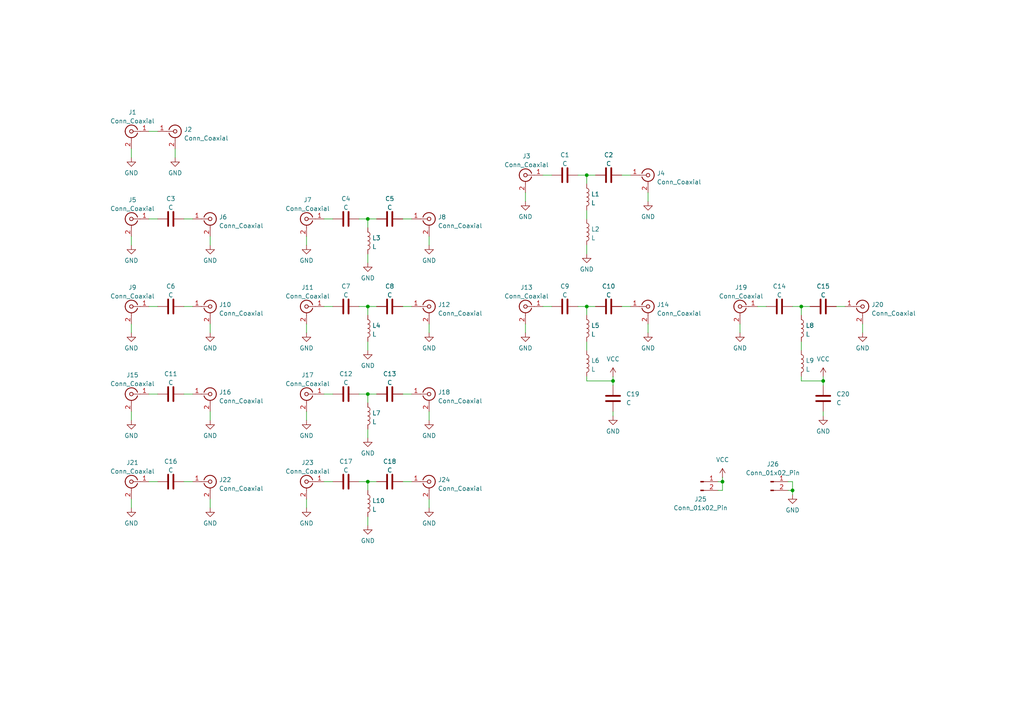
<source format=kicad_sch>
(kicad_sch (version 20231120) (generator "eeschema") (generator_version "8.0")
  (paper "A4")
  (lib_symbols
    (symbol "Connector:Conn_01x02_Pin" (pin_names (offset 1.016) hide)
      (property "Reference" "J" (at 0 2.54 0))
      (property "Value" "Conn_01x02_Pin" (at 0 -5.08 0))
      (symbol "Conn_01x02_Pin_1_1"
        (polyline (pts (xy 1.27 -2.54) (xy 0.8636 -2.54)) (stroke (width 0.1524)))
        (polyline (pts (xy 1.27 0) (xy 0.8636 0)) (stroke (width 0.1524)))
        (rectangle (start 0.8636 -2.413) (end 0 -2.667) (stroke (width 0.1524)) (fill (type outline)))
        (rectangle (start 0.8636 0.127) (end 0 -0.127) (stroke (width 0.1524)) (fill (type outline)))
        (pin passive line (at 5.08 0 180) (length 3.81) (name "Pin_1") (number "1"))
        (pin passive line (at 5.08 -2.54 180) (length 3.81) (name "Pin_2") (number "2"))
      )
    )
    (symbol "Connector:Conn_Coaxial" (pin_names (offset 1.016) hide)
      (property "Reference" "J" (at 0.254 3.048 0))
      (property "Value" "Conn_Coaxial" (at 2.921 0 90))
      (symbol "Conn_Coaxial_0_1"
        (arc (start -1.778 -0.508) (mid 0.2311 -1.8066) (end 1.778 0) (stroke (width 0.254)))
        (polyline (pts (xy -2.54 0) (xy -0.508 0)))
        (polyline (pts (xy 0 -2.54) (xy 0 -1.778)))
        (circle (center 0 0) (radius 0.508) (stroke (width 0.2032)))
        (arc (start 1.778 0) (mid 0.2099 1.8101) (end -1.778 0.508) (stroke (width 0.254)))
      )
      (symbol "Conn_Coaxial_1_1"
        (pin passive line (at -5.08 0 0) (length 2.54) (name "In") (number "1"))
        (pin passive line (at 0 -5.08 90) (length 2.54) (name "Ext") (number "2"))
      )
    )
    (symbol "Device:C" (pin_numbers hide) (pin_names (offset 0.254))
      (property "Reference" "C" (at 0.635 2.54 0))
      (property "Value" "C" (at 0.635 -2.54 0))
      (symbol "C_0_1"
        (polyline (pts (xy -2.032 -0.762) (xy 2.032 -0.762)) (stroke (width 0.508)))
        (polyline (pts (xy -2.032 0.762) (xy 2.032 0.762)) (stroke (width 0.508)))
      )
      (symbol "C_1_1"
        (pin passive line (at 0 3.81 270) (length 2.794) (name "~") (number "1"))
        (pin passive line (at 0 -3.81 90) (length 2.794) (name "~") (number "2"))
      )
    )
    (symbol "Device:L" (pin_numbers hide) (pin_names (offset 1.016) hide)
      (property "Reference" "L" (at -1.27 0 90))
      (property "Value" "L" (at 1.905 0 90))
      (symbol "L_0_1"
        (arc (start 0 -2.54) (mid 0.6323 -1.905) (end 0 -1.27))
        (arc (start 0 -1.27) (mid 0.6323 -0.635) (end 0 0))
        (arc (start 0 0) (mid 0.6323 0.635) (end 0 1.27))
        (arc (start 0 1.27) (mid 0.6323 1.905) (end 0 2.54))
      )
      (symbol "L_1_1"
        (pin passive line (at 0 3.81 270) (length 1.27) (name "1") (number "1"))
        (pin passive line (at 0 -3.81 90) (length 1.27) (name "2") (number "2"))
      )
    )
    (symbol "power:GND" (power) (pin_names (offset 0))
      (property "Value" "GND" (at 0 -3.81 0))
      (symbol "GND_0_1"
        (polyline (pts (xy 0 0) (xy 0 -1.27) (xy 1.27 -1.27) (xy 0 -2.54) (xy -1.27 -1.27) (xy 0 -1.27)))
      )
      (symbol "GND_1_1"
        (pin power_in line (at 0 0 270) (length 0) hide (name "GND") (number "1"))
      )
    )
    (symbol "power:VCC" (power) (pin_numbers hide) (pin_names (offset 0) hide)
      (property "Value" "VCC" (at 0 3.556 0))
      (symbol "VCC_0_1"
        (polyline (pts (xy -0.762 1.27) (xy 0 2.54)))
        (polyline (pts (xy 0 0) (xy 0 2.54)))
        (polyline (pts (xy 0 2.54) (xy 0.762 1.27)))
      )
      (symbol "VCC_1_1"
        (pin power_in line (at 0 0 90) (length 0) (name "~") (number "1"))
      )
    )
  )
  (junction (at 238.76 110.49))
  (junction (at 209.55 139.7))
  (junction (at 106.68 63.5))
  (junction (at 106.68 114.3))
  (junction (at 170.18 88.9))
  (junction (at 232.41 88.9))
  (junction (at 106.68 139.7))
  (junction (at 106.68 88.9))
  (junction (at 229.87 142.24))
  (junction (at 177.8 110.49))
  (junction (at 170.18 50.8))
  (wire (pts (xy 167.64 88.9) (xy 170.18 88.9)))
  (wire (pts (xy 242.57 88.9) (xy 245.11 88.9)))
  (wire (pts (xy 232.41 110.49) (xy 232.41 109.22)))
  (wire (pts (xy 53.34 139.7) (xy 55.88 139.7)))
  (wire (pts (xy 124.46 93.98) (xy 124.46 96.52)))
  (wire (pts (xy 60.96 68.58) (xy 60.96 71.12)))
  (wire (pts (xy 60.96 119.38) (xy 60.96 121.92)))
  (wire (pts (xy 88.9 93.98) (xy 88.9 96.52)))
  (wire (pts (xy 106.68 99.06) (xy 106.68 101.6)))
  (wire (pts (xy 232.41 88.9) (xy 232.41 91.44)))
  (wire (pts (xy 43.18 114.3) (xy 45.72 114.3)))
  (wire (pts (xy 38.1 68.58) (xy 38.1 71.12)))
  (wire (pts (xy 124.46 119.38) (xy 124.46 121.92)))
  (wire (pts (xy 209.55 139.7) (xy 209.55 138.43)))
  (wire (pts (xy 38.1 144.78) (xy 38.1 147.32)))
  (wire (pts (xy 157.48 50.8) (xy 160.02 50.8)))
  (wire (pts (xy 180.34 88.9) (xy 182.88 88.9)))
  (wire (pts (xy 43.18 38.1) (xy 45.72 38.1)))
  (wire (pts (xy 170.18 110.49) (xy 177.8 110.49)))
  (wire (pts (xy 187.96 93.98) (xy 187.96 96.52)))
  (wire (pts (xy 106.68 114.3) (xy 106.68 116.84)))
  (wire (pts (xy 106.68 88.9) (xy 106.68 91.44)))
  (wire (pts (xy 93.98 63.5) (xy 96.52 63.5)))
  (wire (pts (xy 106.68 114.3) (xy 109.22 114.3)))
  (wire (pts (xy 124.46 144.78) (xy 124.46 147.32)))
  (wire (pts (xy 229.87 142.24) (xy 229.87 143.51)))
  (wire (pts (xy 170.18 99.06) (xy 170.18 101.6)))
  (wire (pts (xy 152.4 55.88) (xy 152.4 58.42)))
  (wire (pts (xy 93.98 114.3) (xy 96.52 114.3)))
  (wire (pts (xy 157.48 88.9) (xy 160.02 88.9)))
  (wire (pts (xy 187.96 55.88) (xy 187.96 58.42)))
  (wire (pts (xy 250.19 93.98) (xy 250.19 96.52)))
  (wire (pts (xy 106.68 139.7) (xy 106.68 142.24)))
  (wire (pts (xy 106.68 139.7) (xy 109.22 139.7)))
  (wire (pts (xy 53.34 88.9) (xy 55.88 88.9)))
  (wire (pts (xy 104.14 114.3) (xy 106.68 114.3)))
  (wire (pts (xy 232.41 110.49) (xy 238.76 110.49)))
  (wire (pts (xy 43.18 63.5) (xy 45.72 63.5)))
  (wire (pts (xy 229.87 139.7) (xy 229.87 142.24)))
  (wire (pts (xy 106.68 73.66) (xy 106.68 76.2)))
  (wire (pts (xy 208.28 142.24) (xy 209.55 142.24)))
  (wire (pts (xy 209.55 142.24) (xy 209.55 139.7)))
  (wire (pts (xy 124.46 68.58) (xy 124.46 71.12)))
  (wire (pts (xy 170.18 50.8) (xy 172.72 50.8)))
  (wire (pts (xy 60.96 144.78) (xy 60.96 147.32)))
  (wire (pts (xy 38.1 119.38) (xy 38.1 121.92)))
  (wire (pts (xy 116.84 63.5) (xy 119.38 63.5)))
  (wire (pts (xy 43.18 139.7) (xy 45.72 139.7)))
  (wire (pts (xy 43.18 88.9) (xy 45.72 88.9)))
  (wire (pts (xy 60.96 93.98) (xy 60.96 96.52)))
  (wire (pts (xy 232.41 99.06) (xy 232.41 101.6)))
  (wire (pts (xy 93.98 88.9) (xy 96.52 88.9)))
  (wire (pts (xy 88.9 144.78) (xy 88.9 147.32)))
  (wire (pts (xy 177.8 110.49) (xy 177.8 109.22)))
  (wire (pts (xy 170.18 71.12) (xy 170.18 73.66)))
  (wire (pts (xy 238.76 109.22) (xy 238.76 110.49)))
  (wire (pts (xy 177.8 119.38) (xy 177.8 120.65)))
  (wire (pts (xy 177.8 110.49) (xy 177.8 111.76)))
  (wire (pts (xy 88.9 68.58) (xy 88.9 71.12)))
  (wire (pts (xy 170.18 88.9) (xy 172.72 88.9)))
  (wire (pts (xy 228.6 139.7) (xy 229.87 139.7)))
  (wire (pts (xy 219.71 88.9) (xy 222.25 88.9)))
  (wire (pts (xy 152.4 93.98) (xy 152.4 96.52)))
  (wire (pts (xy 53.34 114.3) (xy 55.88 114.3)))
  (wire (pts (xy 170.18 60.96) (xy 170.18 63.5)))
  (wire (pts (xy 170.18 50.8) (xy 170.18 53.34)))
  (wire (pts (xy 170.18 110.49) (xy 170.18 109.22)))
  (wire (pts (xy 93.98 139.7) (xy 96.52 139.7)))
  (wire (pts (xy 238.76 119.38) (xy 238.76 120.65)))
  (wire (pts (xy 214.63 93.98) (xy 214.63 96.52)))
  (wire (pts (xy 38.1 43.18) (xy 38.1 45.72)))
  (wire (pts (xy 104.14 139.7) (xy 106.68 139.7)))
  (wire (pts (xy 116.84 88.9) (xy 119.38 88.9)))
  (wire (pts (xy 106.68 149.86) (xy 106.68 152.4)))
  (wire (pts (xy 106.68 88.9) (xy 109.22 88.9)))
  (wire (pts (xy 106.68 63.5) (xy 109.22 63.5)))
  (wire (pts (xy 50.8 43.18) (xy 50.8 45.72)))
  (wire (pts (xy 88.9 119.38) (xy 88.9 121.92)))
  (wire (pts (xy 53.34 63.5) (xy 55.88 63.5)))
  (wire (pts (xy 232.41 88.9) (xy 234.95 88.9)))
  (wire (pts (xy 229.87 88.9) (xy 232.41 88.9)))
  (wire (pts (xy 228.6 142.24) (xy 229.87 142.24)))
  (wire (pts (xy 38.1 93.98) (xy 38.1 96.52)))
  (wire (pts (xy 180.34 50.8) (xy 182.88 50.8)))
  (wire (pts (xy 167.64 50.8) (xy 170.18 50.8)))
  (wire (pts (xy 116.84 139.7) (xy 119.38 139.7)))
  (wire (pts (xy 116.84 114.3) (xy 119.38 114.3)))
  (wire (pts (xy 238.76 110.49) (xy 238.76 111.76)))
  (wire (pts (xy 106.68 124.46) (xy 106.68 127)))
  (wire (pts (xy 208.28 139.7) (xy 209.55 139.7)))
  (wire (pts (xy 104.14 63.5) (xy 106.68 63.5)))
  (wire (pts (xy 104.14 88.9) (xy 106.68 88.9)))
  (wire (pts (xy 170.18 88.9) (xy 170.18 91.44)))
  (wire (pts (xy 106.68 63.5) (xy 106.68 66.04)))
  (symbol (lib_id "power:GND") (at 60.96 121.92 0) (unit 1)
    (property "Reference" "#PWR0102" (effects (hide yes)))
    (property "Value" "GND" (at 60.96 126.3634 0))
  )
  (symbol (lib_id "Connector:Conn_Coaxial") (at 214.63 88.9 0) (mirror y) (unit 1)
    (property "Reference" "J19" (at 214.9474 83.3736 0))
    (property "Value" "Conn_Coaxial" (at 214.9474 85.9105 0))
    (property "Footprint" "sma-variants:Linx_SMA_CONSMA003.062" (effects (hide yes)))
  )
  (symbol (lib_id "Device:C") (at 226.06 88.9 90) (unit 1)
    (property "Reference" "C14" (at 226.06 83.0412 90))
    (property "Value" "C" (at 226.06 85.5781 90))
    (property "Footprint" "Capacitor_SMD:C_0201_0603Metric" (effects (hide yes)))
  )
  (symbol (lib_id "power:GND") (at 250.19 96.52 0) (unit 1)
    (property "Reference" "#PWR0131" (effects (hide yes)))
    (property "Value" "GND" (at 250.19 100.9634 0))
  )
  (symbol (lib_id "Connector:Conn_Coaxial") (at 38.1 88.9 0) (mirror y) (unit 1)
    (property "Reference" "J9" (at 38.4174 83.3736 0))
    (property "Value" "Conn_Coaxial" (at 38.4174 85.9105 0))
    (property "Footprint" "sma-variants:Linx_SMA_CONSMA003.062" (effects (hide yes)))
  )
  (symbol (lib_id "Connector:Conn_Coaxial") (at 60.96 88.9 0) (unit 1)
    (property "Reference" "J10" (at 63.5 88.3585 0) (effects (justify left)))
    (property "Value" "Conn_Coaxial" (at 63.5 90.8954 0) (effects (justify left)))
    (property "Footprint" "sma-variants:Linx_SMA_CONSMA003.062" (effects (hide yes)))
  )
  (symbol (lib_id "power:GND") (at 60.96 147.32 0) (unit 1)
    (property "Reference" "#PWR0105" (effects (hide yes)))
    (property "Value" "GND" (at 60.96 151.7634 0))
  )
  (symbol (lib_id "Connector:Conn_Coaxial") (at 88.9 139.7 0) (mirror y) (unit 1)
    (property "Reference" "J23" (at 89.2174 134.1736 0))
    (property "Value" "Conn_Coaxial" (at 89.2174 136.7105 0))
    (property "Footprint" "sma-variants:Linx_SMA_CONSMA003.062" (effects (hide yes)))
  )
  (symbol (lib_id "Device:C") (at 49.53 63.5 90) (unit 1)
    (property "Reference" "C3" (at 49.53 57.6412 90))
    (property "Value" "C" (at 49.53 60.1781 90))
    (property "Footprint" "Capacitor_SMD:C_0201_0603Metric" (effects (hide yes)))
  )
  (symbol (lib_id "Device:L") (at 106.68 69.85 0) (unit 1)
    (property "Reference" "L3" (at 107.95 69.0153 0) (effects (justify left)))
    (property "Value" "L" (at 107.95 71.5522 0) (effects (justify left)))
    (property "Footprint" "Inductor_SMD:L_0201_0603Metric" (effects (hide yes)))
  )
  (symbol (lib_id "power:GND") (at 50.8 45.72 0) (unit 1)
    (property "Reference" "#PWR0109" (effects (hide yes)))
    (property "Value" "GND" (at 50.8 50.1634 0))
  )
  (symbol (lib_id "Connector:Conn_Coaxial") (at 88.9 63.5 0) (mirror y) (unit 1)
    (property "Reference" "J7" (at 89.2174 57.9736 0))
    (property "Value" "Conn_Coaxial" (at 89.2174 60.5105 0))
    (property "Footprint" "sma-variants:Linx_SMA_CONSMA003.062" (effects (hide yes)))
  )
  (symbol (lib_id "Device:C") (at 113.03 63.5 90) (unit 1)
    (property "Reference" "C5" (at 113.03 57.6412 90))
    (property "Value" "C" (at 113.03 60.1781 90))
    (property "Footprint" "Capacitor_SMD:C_0201_0603Metric" (effects (hide yes)))
  )
  (symbol (lib_id "power:GND") (at 152.4 58.42 0) (unit 1)
    (property "Reference" "#PWR0118" (effects (hide yes)))
    (property "Value" "GND" (at 152.4 62.8634 0))
  )
  (symbol (lib_id "Connector:Conn_Coaxial") (at 124.46 139.7 0) (unit 1)
    (property "Reference" "J24" (at 127 139.1585 0) (effects (justify left)))
    (property "Value" "Conn_Coaxial" (at 127 141.6954 0) (effects (justify left)))
    (property "Footprint" "sma-variants:Linx_SMA_CONSMA003.062" (effects (hide yes)))
  )
  (symbol (lib_id "Device:C") (at 49.53 139.7 90) (unit 1)
    (property "Reference" "C16" (at 49.53 133.8412 90))
    (property "Value" "C" (at 49.53 136.3781 90))
    (property "Footprint" "Capacitor_SMD:C_0402_1005Metric" (effects (hide yes)))
  )
  (symbol (lib_id "Connector:Conn_Coaxial") (at 38.1 139.7 0) (mirror y) (unit 1)
    (property "Reference" "J21" (at 38.4174 134.1736 0))
    (property "Value" "Conn_Coaxial" (at 38.4174 136.7105 0))
    (property "Footprint" "sma-variants:Linx_SMA_CONSMA003.062" (effects (hide yes)))
  )
  (symbol (lib_id "Connector:Conn_Coaxial") (at 38.1 114.3 0) (mirror y) (unit 1)
    (property "Reference" "J15" (at 38.4174 108.7736 0))
    (property "Value" "Conn_Coaxial" (at 38.4174 111.3105 0))
    (property "Footprint" "sma-variants:Linx_SMA_CONSMA003.062" (effects (hide yes)))
  )
  (symbol (lib_id "power:GND") (at 124.46 96.52 0) (unit 1)
    (property "Reference" "#PWR0115" (effects (hide yes)))
    (property "Value" "GND" (at 124.46 100.9634 0))
  )
  (symbol (lib_id "power:VCC") (at 209.55 138.43 0) (unit 1)
    (property "Reference" "#PWR04" (effects (hide yes)))
    (property "Value" "VCC" (at 209.55 133.35 0))
    (property "Description" "Power symbol creates a global label with name \"VCC\"" (effects (hide yes)))
  )
  (symbol (lib_id "Device:L") (at 106.68 95.25 0) (unit 1)
    (property "Reference" "L4" (at 107.95 94.4153 0) (effects (justify left)))
    (property "Value" "L" (at 107.95 96.9522 0) (effects (justify left)))
    (property "Footprint" "Inductor_SMD:L_0402_1005Metric" (effects (hide yes)))
  )
  (symbol (lib_id "Device:L") (at 170.18 57.15 0) (unit 1)
    (property "Reference" "L1" (at 171.45 56.3153 0) (effects (justify left)))
    (property "Value" "L" (at 171.45 58.8522 0) (effects (justify left)))
    (property "Footprint" "Inductor_SMD:L_0201_0603Metric" (effects (hide yes)))
  )
  (symbol (lib_id "Device:L") (at 232.41 105.41 0) (unit 1)
    (property "Reference" "L9" (at 233.68 104.5753 0) (effects (justify left)))
    (property "Value" "L" (at 233.68 107.1122 0) (effects (justify left)))
    (property "Footprint" "Inductor_SMD:L_0603_1608Metric" (effects (hide yes)))
  )
  (symbol (lib_id "Connector:Conn_Coaxial") (at 250.19 88.9 0) (unit 1)
    (property "Reference" "J20" (at 252.73 88.3585 0) (effects (justify left)))
    (property "Value" "Conn_Coaxial" (at 252.73 90.8954 0) (effects (justify left)))
    (property "Footprint" "sma-variants:Linx_SMA_CONSMA003.062" (effects (hide yes)))
  )
  (symbol (lib_id "Device:C") (at 100.33 88.9 90) (unit 1)
    (property "Reference" "C7" (at 100.33 83.0412 90))
    (property "Value" "C" (at 100.33 85.5781 90))
    (property "Footprint" "Capacitor_SMD:C_0402_1005Metric" (effects (hide yes)))
  )
  (symbol (lib_id "power:GND") (at 38.1 147.32 0) (unit 1)
    (property "Reference" "#PWR0106" (effects (hide yes)))
    (property "Value" "GND" (at 38.1 151.7634 0))
  )
  (symbol (lib_id "Connector:Conn_Coaxial") (at 124.46 63.5 0) (unit 1)
    (property "Reference" "J8" (at 127 62.9585 0) (effects (justify left)))
    (property "Value" "Conn_Coaxial" (at 127 65.4954 0) (effects (justify left)))
    (property "Footprint" "sma-variants:Linx_SMA_CONSMA003.062" (effects (hide yes)))
  )
  (symbol (lib_id "Device:L") (at 106.68 146.05 0) (unit 1)
    (property "Reference" "L10" (at 107.95 145.2153 0) (effects (justify left)))
    (property "Value" "L" (at 107.95 147.7522 0) (effects (justify left)))
    (property "Footprint" "Inductor_SMD:L_0402_1005Metric" (effects (hide yes)))
  )
  (symbol (lib_id "power:GND") (at 124.46 121.92 0) (unit 1)
    (property "Reference" "#PWR0124" (effects (hide yes)))
    (property "Value" "GND" (at 124.46 126.3634 0))
  )
  (symbol (lib_id "Device:C") (at 177.8 115.57 180) (unit 1)
    (property "Reference" "C19" (at 181.61 114.2999 0) (effects (justify right)))
    (property "Value" "C" (at 181.61 116.8399 0) (effects (justify right)))
    (property "Footprint" "Capacitor_SMD:C_0201_0603Metric" (effects (hide yes)))
  )
  (symbol (lib_id "Connector:Conn_Coaxial") (at 60.96 63.5 0) (unit 1)
    (property "Reference" "J6" (at 63.5 62.9585 0) (effects (justify left)))
    (property "Value" "Conn_Coaxial" (at 63.5 65.4954 0) (effects (justify left)))
    (property "Footprint" "sma-variants:Linx_SMA_CONSMA003.062" (effects (hide yes)))
  )
  (symbol (lib_id "power:GND") (at 88.9 96.52 0) (unit 1)
    (property "Reference" "#PWR0111" (effects (hide yes)))
    (property "Value" "GND" (at 88.9 100.9634 0))
  )
  (symbol (lib_id "power:GND") (at 170.18 73.66 0) (unit 1)
    (property "Reference" "#PWR0117" (effects (hide yes)))
    (property "Value" "GND" (at 170.18 78.1034 0))
  )
  (symbol (lib_id "Connector:Conn_Coaxial") (at 187.96 88.9 0) (unit 1)
    (property "Reference" "J14" (at 190.5 88.3585 0) (effects (justify left)))
    (property "Value" "Conn_Coaxial" (at 190.5 90.8954 0) (effects (justify left)))
    (property "Footprint" "sma-variants:Linx_SMA_CONSMA003.062" (effects (hide yes)))
  )
  (symbol (lib_id "Device:C") (at 113.03 139.7 90) (unit 1)
    (property "Reference" "C18" (at 113.03 133.8412 90))
    (property "Value" "C" (at 113.03 136.3781 90))
    (property "Footprint" "Capacitor_SMD:C_0402_1005Metric" (effects (hide yes)))
  )
  (symbol (lib_id "power:GND") (at 106.68 101.6 0) (unit 1)
    (property "Reference" "#PWR0113" (effects (hide yes)))
    (property "Value" "GND" (at 106.68 106.0434 0))
  )
  (symbol (lib_id "power:GND") (at 38.1 121.92 0) (unit 1)
    (property "Reference" "#PWR0104" (effects (hide yes)))
    (property "Value" "GND" (at 38.1 126.3634 0))
  )
  (symbol (lib_id "Device:C") (at 113.03 114.3 90) (unit 1)
    (property "Reference" "C13" (at 113.03 108.4412 90))
    (property "Value" "C" (at 113.03 110.9781 90))
    (property "Footprint" "Capacitor_SMD:C_0201_0603Metric" (effects (hide yes)))
  )
  (symbol (lib_id "power:GND") (at 152.4 96.52 0) (unit 1)
    (property "Reference" "#PWR0119" (effects (hide yes)))
    (property "Value" "GND" (at 152.4 100.9634 0))
  )
  (symbol (lib_id "Connector:Conn_Coaxial") (at 152.4 50.8 0) (mirror y) (unit 1)
    (property "Reference" "J3" (at 152.7174 45.2736 0))
    (property "Value" "Conn_Coaxial" (at 152.7174 47.8105 0))
    (property "Footprint" "sma-variants:Linx_SMA_CONSMA003.062" (effects (hide yes)))
  )
  (symbol (lib_id "power:GND") (at 60.96 71.12 0) (unit 1)
    (property "Reference" "#PWR0101" (effects (hide yes)))
    (property "Value" "GND" (at 60.96 75.5634 0))
  )
  (symbol (lib_id "Connector:Conn_Coaxial") (at 38.1 38.1 0) (mirror y) (unit 1)
    (property "Reference" "J1" (at 38.4174 32.5736 0))
    (property "Value" "Conn_Coaxial" (at 38.4174 35.1105 0))
    (property "Footprint" "sma-variants:Linx_SMA_CONSMA003.062" (effects (hide yes)))
  )
  (symbol (lib_id "power:GND") (at 106.68 152.4 0) (unit 1)
    (property "Reference" "#PWR0122" (effects (hide yes)))
    (property "Value" "GND" (at 106.68 156.8434 0))
  )
  (symbol (lib_id "Device:C") (at 238.76 88.9 90) (unit 1)
    (property "Reference" "C15" (at 238.76 83.0412 90))
    (property "Value" "C" (at 238.76 85.5781 90))
    (property "Footprint" "Capacitor_SMD:C_0201_0603Metric" (effects (hide yes)))
  )
  (symbol (lib_id "power:GND") (at 38.1 96.52 0) (unit 1)
    (property "Reference" "#PWR0107" (effects (hide yes)))
    (property "Value" "GND" (at 38.1 100.9634 0))
  )
  (symbol (lib_id "power:VCC") (at 177.8 109.22 0) (unit 1)
    (property "Reference" "#PWR01" (effects (hide yes)))
    (property "Value" "VCC" (at 177.8 104.14 0))
    (property "Description" "Power symbol creates a global label with name \"VCC\"" (effects (hide yes)))
  )
  (symbol (lib_id "power:GND") (at 124.46 147.32 0) (unit 1)
    (property "Reference" "#PWR0121" (effects (hide yes)))
    (property "Value" "GND" (at 124.46 151.7634 0))
  )
  (symbol (lib_id "Connector:Conn_Coaxial") (at 38.1 63.5 0) (mirror y) (unit 1)
    (property "Reference" "J5" (at 38.4174 57.9736 0))
    (property "Value" "Conn_Coaxial" (at 38.4174 60.5105 0))
    (property "Footprint" "sma-variants:Linx_SMA_CONSMA003.062" (effects (hide yes)))
  )
  (symbol (lib_id "power:GND") (at 88.9 147.32 0) (unit 1)
    (property "Reference" "#PWR0126" (effects (hide yes)))
    (property "Value" "GND" (at 88.9 151.7634 0))
  )
  (symbol (lib_id "Device:C") (at 163.83 50.8 90) (unit 1)
    (property "Reference" "C1" (at 163.83 44.9412 90))
    (property "Value" "C" (at 163.83 47.4781 90))
    (property "Footprint" "Capacitor_SMD:C_0201_0603Metric" (effects (hide yes)))
  )
  (symbol (lib_id "power:GND") (at 88.9 121.92 0) (unit 1)
    (property "Reference" "#PWR0123" (effects (hide yes)))
    (property "Value" "GND" (at 88.9 126.3634 0))
  )
  (symbol (lib_id "power:GND") (at 124.46 71.12 0) (unit 1)
    (property "Reference" "#PWR0116" (effects (hide yes)))
    (property "Value" "GND" (at 124.46 75.5634 0))
  )
  (symbol (lib_id "Device:C") (at 49.53 88.9 90) (unit 1)
    (property "Reference" "C6" (at 49.53 83.0412 90))
    (property "Value" "C" (at 49.53 85.5781 90))
    (property "Footprint" "Capacitor_SMD:C_0402_1005Metric" (effects (hide yes)))
  )
  (symbol (lib_id "Device:L") (at 232.41 95.25 0) (unit 1)
    (property "Reference" "L8" (at 233.68 94.4153 0) (effects (justify left)))
    (property "Value" "L" (at 233.68 96.9522 0) (effects (justify left)))
    (property "Footprint" "Inductor_SMD:L_0402_1005Metric" (effects (hide yes)))
  )
  (symbol (lib_id "Device:C") (at 176.53 88.9 90) (unit 1)
    (property "Reference" "C10" (at 176.53 83.0412 90))
    (property "Value" "C" (at 176.53 85.5781 90))
    (property "Footprint" "Capacitor_SMD:C_0201_0603Metric" (effects (hide yes)))
  )
  (symbol (lib_id "power:GND") (at 106.68 76.2 0) (unit 1)
    (property "Reference" "#PWR0114" (effects (hide yes)))
    (property "Value" "GND" (at 106.68 80.6434 0))
  )
  (symbol (lib_id "power:GND") (at 214.63 96.52 0) (unit 1)
    (property "Reference" "#PWR0128" (effects (hide yes)))
    (property "Value" "GND" (at 214.63 100.9634 0))
  )
  (symbol (lib_id "Connector:Conn_Coaxial") (at 88.9 114.3 0) (mirror y) (unit 1)
    (property "Reference" "J17" (at 89.2174 108.7736 0))
    (property "Value" "Conn_Coaxial" (at 89.2174 111.3105 0))
    (property "Footprint" "sma-variants:Linx_SMA_CONSMA003.062" (effects (hide yes)))
  )
  (symbol (lib_id "Device:C") (at 163.83 88.9 90) (unit 1)
    (property "Reference" "C9" (at 163.83 83.0412 90))
    (property "Value" "C" (at 163.83 85.5781 90))
    (property "Footprint" "Capacitor_SMD:C_0201_0603Metric" (effects (hide yes)))
  )
  (symbol (lib_id "Connector:Conn_Coaxial") (at 50.8 38.1 0) (unit 1)
    (property "Reference" "J2" (at 53.34 37.5585 0) (effects (justify left)))
    (property "Value" "Conn_Coaxial" (at 53.34 40.0954 0) (effects (justify left)))
    (property "Footprint" "sma-variants:Linx_SMA_CONSMA003.062" (effects (hide yes)))
  )
  (symbol (lib_id "Device:C") (at 238.76 115.57 180) (unit 1)
    (property "Reference" "C20" (at 242.57 114.2999 0) (effects (justify right)))
    (property "Value" "C" (at 242.57 116.8399 0) (effects (justify right)))
    (property "Footprint" "Capacitor_SMD:C_0201_0603Metric" (effects (hide yes)))
  )
  (symbol (lib_id "power:GND") (at 38.1 45.72 0) (unit 1)
    (property "Reference" "#PWR0108" (effects (hide yes)))
    (property "Value" "GND" (at 38.1 50.1634 0))
  )
  (symbol (lib_id "Connector:Conn_Coaxial") (at 124.46 114.3 0) (unit 1)
    (property "Reference" "J18" (at 127 113.7585 0) (effects (justify left)))
    (property "Value" "Conn_Coaxial" (at 127 116.2954 0) (effects (justify left)))
    (property "Footprint" "sma-variants:Linx_SMA_CONSMA003.062" (effects (hide yes)))
  )
  (symbol (lib_id "power:GND") (at 38.1 71.12 0) (unit 1)
    (property "Reference" "#PWR0110" (effects (hide yes)))
    (property "Value" "GND" (at 38.1 75.5634 0))
  )
  (symbol (lib_id "power:GND") (at 229.87 143.51 0) (unit 1)
    (property "Reference" "#PWR05" (effects (hide yes)))
    (property "Value" "GND" (at 229.87 147.9534 0))
  )
  (symbol (lib_id "Device:L") (at 170.18 105.41 0) (unit 1)
    (property "Reference" "L6" (at 171.45 104.5753 0) (effects (justify left)))
    (property "Value" "L" (at 171.45 107.1122 0) (effects (justify left)))
    (property "Footprint" "Inductor_SMD:L_0603_1608Metric" (effects (hide yes)))
  )
  (symbol (lib_id "power:GND") (at 238.76 120.65 0) (unit 1)
    (property "Reference" "#PWR03" (effects (hide yes)))
    (property "Value" "GND" (at 238.76 125.0934 0))
  )
  (symbol (lib_id "power:GND") (at 187.96 58.42 0) (unit 1)
    (property "Reference" "#PWR0129" (effects (hide yes)))
    (property "Value" "GND" (at 187.96 62.8634 0))
  )
  (symbol (lib_id "Connector:Conn_01x02_Pin") (at 223.52 139.7 0) (unit 1)
    (property "Reference" "J26" (at 224.155 134.62 0))
    (property "Value" "Conn_01x02_Pin" (at 224.155 137.16 0))
    (property "Footprint" "Connector_PinHeader_2.54mm:PinHeader_1x02_P2.54mm_Vertical" (effects (hide yes)))
    (property "Description" "Generic connector, single row, 01x02, script generated" (effects (hide yes)))
  )
  (symbol (lib_id "Device:C") (at 49.53 114.3 90) (unit 1)
    (property "Reference" "C11" (at 49.53 108.4412 90))
    (property "Value" "C" (at 49.53 110.9781 90))
    (property "Footprint" "Capacitor_SMD:C_0201_0603Metric" (effects (hide yes)))
  )
  (symbol (lib_id "power:GND") (at 60.96 96.52 0) (unit 1)
    (property "Reference" "#PWR0103" (effects (hide yes)))
    (property "Value" "GND" (at 60.96 100.9634 0))
  )
  (symbol (lib_id "Connector:Conn_Coaxial") (at 152.4 88.9 0) (mirror y) (unit 1)
    (property "Reference" "J13" (at 152.7174 83.3736 0))
    (property "Value" "Conn_Coaxial" (at 152.7174 85.9105 0))
    (property "Footprint" "sma-variants:Linx_SMA_CONSMA003.062" (effects (hide yes)))
  )
  (symbol (lib_id "power:VCC") (at 238.76 109.22 0) (unit 1)
    (property "Reference" "#PWR02" (effects (hide yes)))
    (property "Value" "VCC" (at 238.76 104.14 0))
    (property "Description" "Power symbol creates a global label with name \"VCC\"" (effects (hide yes)))
  )
  (symbol (lib_id "power:GND") (at 106.68 127 0) (unit 1)
    (property "Reference" "#PWR0125" (effects (hide yes)))
    (property "Value" "GND" (at 106.68 131.4434 0))
  )
  (symbol (lib_id "Device:C") (at 100.33 139.7 90) (unit 1)
    (property "Reference" "C17" (at 100.33 133.8412 90))
    (property "Value" "C" (at 100.33 136.3781 90))
    (property "Footprint" "Capacitor_SMD:C_0402_1005Metric" (effects (hide yes)))
  )
  (symbol (lib_id "Connector:Conn_Coaxial") (at 187.96 50.8 0) (unit 1)
    (property "Reference" "J4" (at 190.5 50.2585 0) (effects (justify left)))
    (property "Value" "Conn_Coaxial" (at 190.5 52.7954 0) (effects (justify left)))
    (property "Footprint" "sma-variants:Linx_SMA_CONSMA003.062" (effects (hide yes)))
  )
  (symbol (lib_id "Device:L") (at 106.68 120.65 0) (unit 1)
    (property "Reference" "L7" (at 107.95 119.8153 0) (effects (justify left)))
    (property "Value" "L" (at 107.95 122.3522 0) (effects (justify left)))
    (property "Footprint" "Inductor_SMD:L_0201_0603Metric" (effects (hide yes)))
  )
  (symbol (lib_id "Device:C") (at 100.33 114.3 90) (unit 1)
    (property "Reference" "C12" (at 100.33 108.4412 90))
    (property "Value" "C" (at 100.33 110.9781 90))
    (property "Footprint" "Capacitor_SMD:C_0201_0603Metric" (effects (hide yes)))
  )
  (symbol (lib_id "Device:C") (at 176.53 50.8 90) (unit 1)
    (property "Reference" "C2" (at 176.53 44.9412 90))
    (property "Value" "C" (at 176.53 47.4781 90))
    (property "Footprint" "Capacitor_SMD:C_0201_0603Metric" (effects (hide yes)))
  )
  (symbol (lib_id "Device:C") (at 100.33 63.5 90) (unit 1)
    (property "Reference" "C4" (at 100.33 57.6412 90))
    (property "Value" "C" (at 100.33 60.1781 90))
    (property "Footprint" "Capacitor_SMD:C_0201_0603Metric" (effects (hide yes)))
  )
  (symbol (lib_id "Connector:Conn_Coaxial") (at 60.96 114.3 0) (unit 1)
    (property "Reference" "J16" (at 63.5 113.7585 0) (effects (justify left)))
    (property "Value" "Conn_Coaxial" (at 63.5 116.2954 0) (effects (justify left)))
    (property "Footprint" "sma-variants:Linx_SMA_CONSMA003.062" (effects (hide yes)))
  )
  (symbol (lib_id "Device:L") (at 170.18 67.31 0) (unit 1)
    (property "Reference" "L2" (at 171.45 66.4753 0) (effects (justify left)))
    (property "Value" "L" (at 171.45 69.0122 0) (effects (justify left)))
    (property "Footprint" "Inductor_SMD:L_0603_1608Metric" (effects (hide yes)))
  )
  (symbol (lib_id "power:GND") (at 187.96 96.52 0) (unit 1)
    (property "Reference" "#PWR0127" (effects (hide yes)))
    (property "Value" "GND" (at 187.96 100.9634 0))
  )
  (symbol (lib_id "Connector:Conn_01x02_Pin") (at 203.2 139.7 0) (unit 1)
    (property "Reference" "J25" (at 203.2 144.78 0))
    (property "Value" "Conn_01x02_Pin" (at 203.2 147.32 0))
    (property "Footprint" "Connector_PinHeader_2.54mm:PinHeader_1x02_P2.54mm_Vertical" (effects (hide yes)))
    (property "Description" "Generic connector, single row, 01x02, script generated" (effects (hide yes)))
  )
  (symbol (lib_id "Device:C") (at 113.03 88.9 90) (unit 1)
    (property "Reference" "C8" (at 113.03 83.0412 90))
    (property "Value" "C" (at 113.03 85.5781 90))
    (property "Footprint" "Capacitor_SMD:C_0402_1005Metric" (effects (hide yes)))
  )
  (symbol (lib_id "Connector:Conn_Coaxial") (at 124.46 88.9 0) (unit 1)
    (property "Reference" "J12" (at 127 88.3585 0) (effects (justify left)))
    (property "Value" "Conn_Coaxial" (at 127 90.8954 0) (effects (justify left)))
    (property "Footprint" "sma-variants:Linx_SMA_CONSMA003.062" (effects (hide yes)))
  )
  (symbol (lib_id "Device:L") (at 170.18 95.25 0) (unit 1)
    (property "Reference" "L5" (at 171.45 94.4153 0) (effects (justify left)))
    (property "Value" "L" (at 171.45 96.9522 0) (effects (justify left)))
    (property "Footprint" "Inductor_SMD:L_0201_0603Metric" (effects (hide yes)))
  )
  (symbol (lib_id "power:GND") (at 88.9 71.12 0) (unit 1)
    (property "Reference" "#PWR0112" (effects (hide yes)))
    (property "Value" "GND" (at 88.9 75.5634 0))
  )
  (symbol (lib_id "Connector:Conn_Coaxial") (at 60.96 139.7 0) (unit 1)
    (property "Reference" "J22" (at 63.5 139.1585 0) (effects (justify left)))
    (property "Value" "Conn_Coaxial" (at 63.5 141.6954 0) (effects (justify left)))
    (property "Footprint" "sma-variants:Linx_SMA_CONSMA003.062" (effects (hide yes)))
  )
  (symbol (lib_id "power:GND") (at 177.8 120.65 0) (unit 1)
    (property "Reference" "#PWR0120" (effects (hide yes)))
    (property "Value" "GND" (at 177.8 125.0934 0))
  )
  (symbol (lib_id "Connector:Conn_Coaxial") (at 88.9 88.9 0) (mirror y) (unit 1)
    (property "Reference" "J11" (at 89.2174 83.3736 0))
    (property "Value" "Conn_Coaxial" (at 89.2174 85.9105 0))
    (property "Footprint" "sma-variants:Linx_SMA_CONSMA003.062" (effects (hide yes)))
  )
)
</source>
